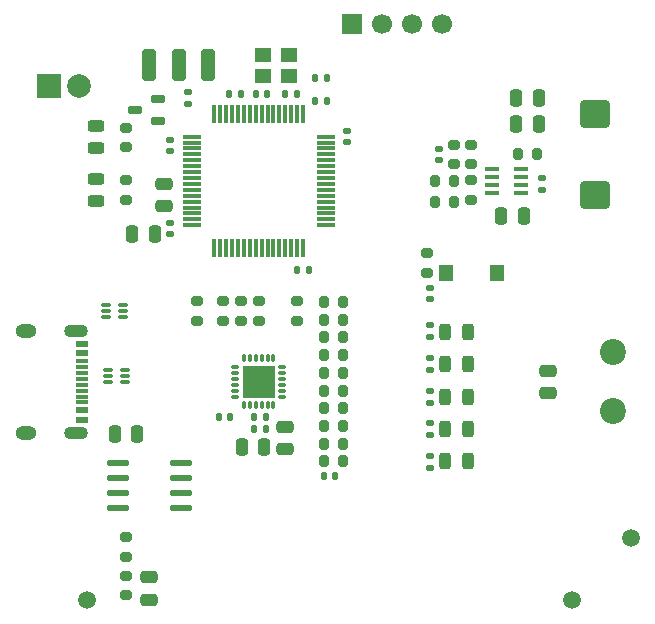
<source format=gbr>
%TF.GenerationSoftware,KiCad,Pcbnew,9.0.3-9.0.3-0~ubuntu22.04.1*%
%TF.CreationDate,2025-09-09T16:21:53+08:00*%
%TF.ProjectId,pdtrigger,70647472-6967-4676-9572-2e6b69636164,rev?*%
%TF.SameCoordinates,Original*%
%TF.FileFunction,Soldermask,Top*%
%TF.FilePolarity,Negative*%
%FSLAX46Y46*%
G04 Gerber Fmt 4.6, Leading zero omitted, Abs format (unit mm)*
G04 Created by KiCad (PCBNEW 9.0.3-9.0.3-0~ubuntu22.04.1) date 2025-09-09 16:21:53*
%MOMM*%
%LPD*%
G01*
G04 APERTURE LIST*
G04 Aperture macros list*
%AMRoundRect*
0 Rectangle with rounded corners*
0 $1 Rounding radius*
0 $2 $3 $4 $5 $6 $7 $8 $9 X,Y pos of 4 corners*
0 Add a 4 corners polygon primitive as box body*
4,1,4,$2,$3,$4,$5,$6,$7,$8,$9,$2,$3,0*
0 Add four circle primitives for the rounded corners*
1,1,$1+$1,$2,$3*
1,1,$1+$1,$4,$5*
1,1,$1+$1,$6,$7*
1,1,$1+$1,$8,$9*
0 Add four rect primitives between the rounded corners*
20,1,$1+$1,$2,$3,$4,$5,0*
20,1,$1+$1,$4,$5,$6,$7,0*
20,1,$1+$1,$6,$7,$8,$9,0*
20,1,$1+$1,$8,$9,$2,$3,0*%
G04 Aperture macros list end*
%ADD10C,2.200000*%
%ADD11RoundRect,0.075000X-0.350000X0.075000X-0.350000X-0.075000X0.350000X-0.075000X0.350000X0.075000X0*%
%ADD12RoundRect,0.075000X0.350000X-0.075000X0.350000X0.075000X-0.350000X0.075000X-0.350000X-0.075000X0*%
%ADD13O,1.800000X1.200000*%
%ADD14O,2.000000X1.100000*%
%ADD15R,1.100000X0.550000*%
%ADD16R,1.100000X0.300000*%
%ADD17RoundRect,0.250000X0.350000X-1.100000X0.350000X1.100000X-0.350000X1.100000X-0.350000X-1.100000X0*%
%ADD18C,1.500000*%
%ADD19R,2.000000X2.000000*%
%ADD20C,2.000000*%
%ADD21RoundRect,0.250000X1.000000X-0.900000X1.000000X0.900000X-1.000000X0.900000X-1.000000X-0.900000X0*%
%ADD22R,1.230000X1.360000*%
%ADD23RoundRect,0.135000X-0.185000X0.135000X-0.185000X-0.135000X0.185000X-0.135000X0.185000X0.135000X0*%
%ADD24RoundRect,0.200000X-0.275000X0.200000X-0.275000X-0.200000X0.275000X-0.200000X0.275000X0.200000X0*%
%ADD25RoundRect,0.243750X0.243750X0.456250X-0.243750X0.456250X-0.243750X-0.456250X0.243750X-0.456250X0*%
%ADD26RoundRect,0.140000X-0.170000X0.140000X-0.170000X-0.140000X0.170000X-0.140000X0.170000X0.140000X0*%
%ADD27R,1.700000X1.700000*%
%ADD28C,1.700000*%
%ADD29O,1.890000X0.570000*%
%ADD30RoundRect,0.200000X0.275000X-0.200000X0.275000X0.200000X-0.275000X0.200000X-0.275000X-0.200000X0*%
%ADD31RoundRect,0.175000X-0.450000X-0.175000X0.450000X-0.175000X0.450000X0.175000X-0.450000X0.175000X0*%
%ADD32RoundRect,0.070000X0.260000X0.070000X-0.260000X0.070000X-0.260000X-0.070000X0.260000X-0.070000X0*%
%ADD33RoundRect,0.070000X0.070000X0.260000X-0.070000X0.260000X-0.070000X-0.260000X0.070000X-0.260000X0*%
%ADD34R,2.800000X2.800000*%
%ADD35RoundRect,0.140000X-0.140000X-0.170000X0.140000X-0.170000X0.140000X0.170000X-0.140000X0.170000X0*%
%ADD36O,1.220000X0.360000*%
%ADD37RoundRect,0.075000X-0.700000X0.075000X-0.700000X-0.075000X0.700000X-0.075000X0.700000X0.075000X0*%
%ADD38RoundRect,0.075000X-0.075000X0.700000X-0.075000X-0.700000X0.075000X-0.700000X0.075000X0.700000X0*%
%ADD39RoundRect,0.243750X0.456250X-0.243750X0.456250X0.243750X-0.456250X0.243750X-0.456250X-0.243750X0*%
%ADD40RoundRect,0.250000X0.475000X-0.250000X0.475000X0.250000X-0.475000X0.250000X-0.475000X-0.250000X0*%
%ADD41RoundRect,0.140000X0.170000X-0.140000X0.170000X0.140000X-0.170000X0.140000X-0.170000X-0.140000X0*%
%ADD42RoundRect,0.250000X0.250000X0.475000X-0.250000X0.475000X-0.250000X-0.475000X0.250000X-0.475000X0*%
%ADD43RoundRect,0.200000X0.200000X0.275000X-0.200000X0.275000X-0.200000X-0.275000X0.200000X-0.275000X0*%
%ADD44RoundRect,0.200000X-0.200000X-0.275000X0.200000X-0.275000X0.200000X0.275000X-0.200000X0.275000X0*%
%ADD45RoundRect,0.250000X-0.475000X0.250000X-0.475000X-0.250000X0.475000X-0.250000X0.475000X0.250000X0*%
%ADD46RoundRect,0.140000X0.140000X0.170000X-0.140000X0.170000X-0.140000X-0.170000X0.140000X-0.170000X0*%
%ADD47RoundRect,0.243750X-0.456250X0.243750X-0.456250X-0.243750X0.456250X-0.243750X0.456250X0.243750X0*%
%ADD48R,1.400000X1.200000*%
G04 APERTURE END LIST*
D10*
%TO.C,U3*%
X30000000Y-19500000D03*
X30000000Y-14500000D03*
%TD*%
D11*
%TO.C,D9*%
X-12940000Y-10500000D03*
X-12940000Y-11000000D03*
X-12940000Y-11500000D03*
X-11500000Y-11500000D03*
X-11500000Y-11000000D03*
X-11500000Y-10500000D03*
%TD*%
D12*
%TO.C,D8*%
X-12720000Y-17000000D03*
X-12720000Y-16500000D03*
X-12720000Y-16000000D03*
X-11280000Y-16000000D03*
X-11280000Y-16500000D03*
X-11280000Y-17000000D03*
%TD*%
D13*
%TO.C,J2*%
X-19680000Y-21320000D03*
D14*
X-15470000Y-21320000D03*
D13*
X-19680000Y-12680000D03*
D14*
X-15470000Y-12680000D03*
D15*
X-14920000Y-20200000D03*
X-14920000Y-19400000D03*
D16*
X-14920000Y-15250000D03*
X-14920000Y-17250000D03*
X-14920000Y-17750000D03*
X-14920000Y-18750000D03*
D15*
X-14920000Y-19400000D03*
X-14920000Y-20200000D03*
X-14920000Y-13800000D03*
X-14920000Y-14600000D03*
D16*
X-14920000Y-18250000D03*
X-14920000Y-16250000D03*
X-14920000Y-16750000D03*
X-14920000Y-15750000D03*
D15*
X-14920000Y-14600000D03*
X-14920000Y-13800000D03*
%TD*%
D17*
%TO.C,SW1*%
X-4250000Y9797500D03*
X-6750000Y9797500D03*
X-9250000Y9797500D03*
%TD*%
D18*
%TO.C,TP3*%
X-14500000Y-35500000D03*
%TD*%
%TO.C,TP3*%
X26500000Y-35500000D03*
%TD*%
%TO.C,TP3*%
X31500000Y-30250000D03*
%TD*%
D19*
%TO.C,J3*%
X-17790000Y8000000D03*
D20*
X-15250000Y8000000D03*
%TD*%
D21*
%TO.C,L1*%
X28500000Y-1200000D03*
X28500000Y5700000D03*
%TD*%
D22*
%TO.C,SW2*%
X20180000Y-7750000D03*
X15820000Y-7750000D03*
%TD*%
D23*
%TO.C,R32*%
X14500000Y-23250000D03*
X14500000Y-24270000D03*
%TD*%
%TO.C,R31*%
X14500000Y-20490000D03*
X14500000Y-21510000D03*
%TD*%
%TO.C,R30*%
X14500000Y-17750000D03*
X14500000Y-18770000D03*
%TD*%
%TO.C,R29*%
X14500000Y-14990000D03*
X14500000Y-16010000D03*
%TD*%
%TO.C,R28*%
X14500000Y-12230000D03*
X14500000Y-13250000D03*
%TD*%
D24*
%TO.C,R27*%
X14250000Y-6100000D03*
X14250000Y-7750000D03*
%TD*%
D25*
%TO.C,D7*%
X17687500Y-23750000D03*
X15812500Y-23750000D03*
%TD*%
%TO.C,D6*%
X17687500Y-21000000D03*
X15812500Y-21000000D03*
%TD*%
%TO.C,D5*%
X17687500Y-18250000D03*
X15812500Y-18250000D03*
%TD*%
%TO.C,D4*%
X17687500Y-15500000D03*
X15812500Y-15500000D03*
%TD*%
%TO.C,D3*%
X17687500Y-12750000D03*
X15812500Y-12750000D03*
%TD*%
D26*
%TO.C,C26*%
X14500000Y-9040000D03*
X14500000Y-10000000D03*
%TD*%
D27*
%TO.C,J1*%
X7940000Y13250000D03*
D28*
X10480000Y13250000D03*
X13020000Y13250000D03*
X15560000Y13250000D03*
%TD*%
D24*
%TO.C,R13*%
X-5250000Y-11825000D03*
X-5250000Y-10175000D03*
%TD*%
D29*
%TO.C,Q1*%
X-6550000Y-23840000D03*
X-6550000Y-25120000D03*
X-6550000Y-26380000D03*
X-6550000Y-27650000D03*
X-11950000Y-27650000D03*
X-11950000Y-26380000D03*
X-11950000Y-25120000D03*
X-11950000Y-23840000D03*
%TD*%
D30*
%TO.C,R1*%
X-11250000Y75000D03*
X-11250000Y-1575000D03*
%TD*%
D24*
%TO.C,R12*%
X-11250000Y2862500D03*
X-11250000Y4512500D03*
%TD*%
D31*
%TO.C,Q3*%
X-10500000Y6000000D03*
X-8500000Y5050000D03*
X-8500000Y6950000D03*
%TD*%
D24*
%TO.C,R19*%
X-1500000Y-11825000D03*
X-1500000Y-10175000D03*
%TD*%
%TO.C,R14*%
X-3000000Y-11825000D03*
X-3000000Y-10175000D03*
%TD*%
D23*
%TO.C,R2*%
X-6000000Y7510000D03*
X-6000000Y6490000D03*
%TD*%
D32*
%TO.C,U2*%
X1970000Y-18250000D03*
X1970000Y-17750000D03*
X1970000Y-17250000D03*
X1970000Y-16750000D03*
X1970000Y-16250000D03*
X1970000Y-15750000D03*
D33*
X1250000Y-15030000D03*
X750000Y-15030000D03*
X250000Y-15030000D03*
X-250000Y-15030000D03*
X-750000Y-15030000D03*
X-1250000Y-15030000D03*
D32*
X-1970000Y-15750000D03*
X-1970000Y-16250000D03*
X-1970000Y-16750000D03*
X-1970000Y-17250000D03*
X-1970000Y-17750000D03*
X-1970000Y-18250000D03*
D33*
X-1250000Y-18970000D03*
X-750000Y-18970000D03*
X-250000Y-18970000D03*
X250000Y-18970000D03*
X750000Y-18970000D03*
X1250000Y-18970000D03*
D34*
X0Y-17000000D03*
%TD*%
D35*
%TO.C,C3*%
X-1520000Y7400000D03*
X-2480000Y7400000D03*
%TD*%
%TO.C,C10*%
X3230000Y7400000D03*
X2270000Y7400000D03*
%TD*%
D36*
%TO.C,U4*%
X19790000Y980000D03*
X19790000Y330000D03*
X19790000Y-320000D03*
X19790000Y-980000D03*
X22210000Y-980000D03*
X22210000Y-320000D03*
X22210000Y330000D03*
X22210000Y980000D03*
%TD*%
D37*
%TO.C,U1*%
X5675000Y3750000D03*
X5675000Y3250000D03*
X5675000Y2750000D03*
X5675000Y2250000D03*
X5675000Y1750000D03*
X5675000Y1250000D03*
X5675000Y750000D03*
X5675000Y250000D03*
X5675000Y-250000D03*
X5675000Y-750000D03*
X5675000Y-1250000D03*
X5675000Y-1750000D03*
X5675000Y-2250000D03*
X5675000Y-2750000D03*
X5675000Y-3250000D03*
X5675000Y-3750000D03*
D38*
X3750000Y-5675000D03*
X3250000Y-5675000D03*
X2750000Y-5675000D03*
X2250000Y-5675000D03*
X1750000Y-5675000D03*
X1250000Y-5675000D03*
X750000Y-5675000D03*
X250000Y-5675000D03*
X-250000Y-5675000D03*
X-750000Y-5675000D03*
X-1250000Y-5675000D03*
X-1750000Y-5675000D03*
X-2250000Y-5675000D03*
X-2750000Y-5675000D03*
X-3250000Y-5675000D03*
X-3750000Y-5675000D03*
D37*
X-5675000Y-3750000D03*
X-5675000Y-3250000D03*
X-5675000Y-2750000D03*
X-5675000Y-2250000D03*
X-5675000Y-1750000D03*
X-5675000Y-1250000D03*
X-5675000Y-750000D03*
X-5675000Y-250000D03*
X-5675000Y250000D03*
X-5675000Y750000D03*
X-5675000Y1250000D03*
X-5675000Y1750000D03*
X-5675000Y2250000D03*
X-5675000Y2750000D03*
X-5675000Y3250000D03*
X-5675000Y3750000D03*
D38*
X-3750000Y5675000D03*
X-3250000Y5675000D03*
X-2750000Y5675000D03*
X-2250000Y5675000D03*
X-1750000Y5675000D03*
X-1250000Y5675000D03*
X-750000Y5675000D03*
X-250000Y5675000D03*
X250000Y5675000D03*
X750000Y5675000D03*
X1250000Y5675000D03*
X1750000Y5675000D03*
X2250000Y5675000D03*
X2750000Y5675000D03*
X3250000Y5675000D03*
X3750000Y5675000D03*
%TD*%
D30*
%TO.C,R17*%
X-11250000Y-35075000D03*
X-11250000Y-33425000D03*
%TD*%
D39*
%TO.C,D1*%
X-13750000Y-1687500D03*
X-13750000Y187500D03*
%TD*%
D40*
%TO.C,C2*%
X-8000000Y-2150000D03*
X-8000000Y-250000D03*
%TD*%
D35*
%TO.C,C13*%
X-3380000Y-20000000D03*
X-2420000Y-20000000D03*
%TD*%
D41*
%TO.C,C7*%
X-7500000Y2520000D03*
X-7500000Y3480000D03*
%TD*%
D35*
%TO.C,C8*%
X4790000Y6750000D03*
X5750000Y6750000D03*
%TD*%
D42*
%TO.C,C21*%
X22450000Y-3000000D03*
X20550000Y-3000000D03*
%TD*%
D40*
%TO.C,C20*%
X24500000Y-17950000D03*
X24500000Y-16050000D03*
%TD*%
D43*
%TO.C,R3*%
X7150000Y-19250000D03*
X5500000Y-19250000D03*
%TD*%
%TO.C,R21*%
X23575000Y2250000D03*
X21925000Y2250000D03*
%TD*%
D40*
%TO.C,C19*%
X-9250000Y-35450000D03*
X-9250000Y-33550000D03*
%TD*%
D44*
%TO.C,R6*%
X5500000Y-23750000D03*
X7150000Y-23750000D03*
%TD*%
D42*
%TO.C,C12*%
X-10300000Y-21400000D03*
X-12200000Y-21400000D03*
%TD*%
D24*
%TO.C,R18*%
X3250000Y-10175000D03*
X3250000Y-11825000D03*
%TD*%
D26*
%TO.C,C25*%
X15250000Y2730000D03*
X15250000Y1770000D03*
%TD*%
D43*
%TO.C,R7*%
X7150000Y-13250000D03*
X5500000Y-13250000D03*
%TD*%
D42*
%TO.C,C23*%
X23700000Y4790000D03*
X21800000Y4790000D03*
%TD*%
D24*
%TO.C,R22*%
X18000000Y75000D03*
X18000000Y-1575000D03*
%TD*%
D30*
%TO.C,R11*%
X0Y-11825000D03*
X0Y-10175000D03*
%TD*%
D45*
%TO.C,C17*%
X2250000Y-20800000D03*
X2250000Y-22700000D03*
%TD*%
D44*
%TO.C,R9*%
X5500000Y-10250000D03*
X7150000Y-10250000D03*
%TD*%
D46*
%TO.C,C15*%
X580000Y-20000000D03*
X-380000Y-20000000D03*
%TD*%
D24*
%TO.C,R25*%
X18000000Y3075000D03*
X18000000Y1425000D03*
%TD*%
D42*
%TO.C,C9*%
X-8800000Y-4500000D03*
X-10700000Y-4500000D03*
%TD*%
D44*
%TO.C,R8*%
X5500000Y-14750000D03*
X7150000Y-14750000D03*
%TD*%
D42*
%TO.C,C14*%
X450000Y-22500000D03*
X-1450000Y-22500000D03*
%TD*%
D44*
%TO.C,R4*%
X5500000Y-20750000D03*
X7150000Y-20750000D03*
%TD*%
D43*
%TO.C,R10*%
X7150000Y-11750000D03*
X5500000Y-11750000D03*
%TD*%
D35*
%TO.C,C1*%
X4790000Y8750000D03*
X5750000Y8750000D03*
%TD*%
D46*
%TO.C,C5*%
X4230000Y-7500000D03*
X3270000Y-7500000D03*
%TD*%
D43*
%TO.C,R20*%
X7150000Y-16250000D03*
X5500000Y-16250000D03*
%TD*%
%TO.C,R16*%
X7150000Y-17750000D03*
X5500000Y-17750000D03*
%TD*%
D47*
%TO.C,D2*%
X-13750000Y4687500D03*
X-13750000Y2812500D03*
%TD*%
D43*
%TO.C,R5*%
X7150000Y-22250000D03*
X5500000Y-22250000D03*
%TD*%
D24*
%TO.C,R15*%
X-11250000Y-30175000D03*
X-11250000Y-31825000D03*
%TD*%
D48*
%TO.C,Y1*%
X2600000Y10630000D03*
X400000Y10630000D03*
X400000Y8870000D03*
X2600000Y8870000D03*
%TD*%
D35*
%TO.C,C18*%
X5520000Y-25000000D03*
X6480000Y-25000000D03*
%TD*%
D41*
%TO.C,C4*%
X-7500000Y-4480000D03*
X-7500000Y-3520000D03*
%TD*%
D46*
%TO.C,C16*%
X580000Y-21000000D03*
X-380000Y-21000000D03*
%TD*%
D43*
%TO.C,R26*%
X16575000Y0D03*
X14925000Y0D03*
%TD*%
D24*
%TO.C,R24*%
X16500000Y3075000D03*
X16500000Y1425000D03*
%TD*%
D43*
%TO.C,R23*%
X16575000Y-1750000D03*
X14925000Y-1750000D03*
%TD*%
D46*
%TO.C,C11*%
X710000Y7400000D03*
X-250000Y7400000D03*
%TD*%
D26*
%TO.C,C22*%
X24000000Y230000D03*
X24000000Y-730000D03*
%TD*%
D42*
%TO.C,C24*%
X23700000Y7040000D03*
X21800000Y7040000D03*
%TD*%
D26*
%TO.C,C6*%
X7500000Y4230000D03*
X7500000Y3270000D03*
%TD*%
M02*

</source>
